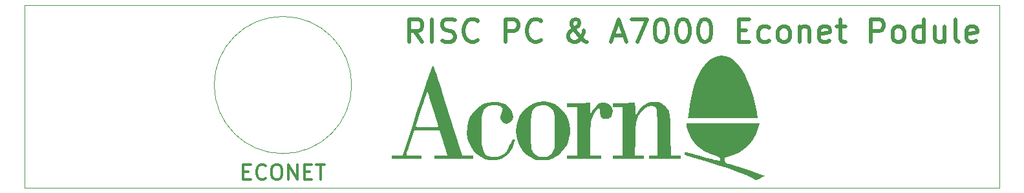
<source format=gbr>
G04 #@! TF.GenerationSoftware,KiCad,Pcbnew,9.0.5*
G04 #@! TF.CreationDate,2025-10-14T13:16:44+01:00*
G04 #@! TF.ProjectId,A7000PoduleFacePlate,41373030-3050-46f6-9475-6c6546616365,01*
G04 #@! TF.SameCoordinates,Original*
G04 #@! TF.FileFunction,Legend,Top*
G04 #@! TF.FilePolarity,Positive*
%FSLAX46Y46*%
G04 Gerber Fmt 4.6, Leading zero omitted, Abs format (unit mm)*
G04 Created by KiCad (PCBNEW 9.0.5) date 2025-10-14 13:16:44*
%MOMM*%
%LPD*%
G01*
G04 APERTURE LIST*
%ADD10C,0.120000*%
%ADD11C,0.500000*%
%ADD12C,0.300000*%
%ADD13C,0.000000*%
G04 APERTURE END LIST*
D10*
X223546000Y-78045000D02*
X223546000Y-102045000D01*
X223546000Y-102045000D02*
X95946000Y-102045000D01*
X138746000Y-88545000D02*
G75*
G02*
X120746000Y-88545000I-9000000J0D01*
G01*
X120746000Y-88545000D02*
G75*
G02*
X138746000Y-88545000I9000000J0D01*
G01*
X95946000Y-78045000D02*
X223546000Y-78045000D01*
X95946000Y-102045000D02*
X95946000Y-78045000D01*
D11*
X148003518Y-82906857D02*
X147003518Y-81478285D01*
X146289232Y-82906857D02*
X146289232Y-79906857D01*
X146289232Y-79906857D02*
X147432089Y-79906857D01*
X147432089Y-79906857D02*
X147717804Y-80049714D01*
X147717804Y-80049714D02*
X147860661Y-80192571D01*
X147860661Y-80192571D02*
X148003518Y-80478285D01*
X148003518Y-80478285D02*
X148003518Y-80906857D01*
X148003518Y-80906857D02*
X147860661Y-81192571D01*
X147860661Y-81192571D02*
X147717804Y-81335428D01*
X147717804Y-81335428D02*
X147432089Y-81478285D01*
X147432089Y-81478285D02*
X146289232Y-81478285D01*
X149289232Y-82906857D02*
X149289232Y-79906857D01*
X150574946Y-82764000D02*
X151003518Y-82906857D01*
X151003518Y-82906857D02*
X151717803Y-82906857D01*
X151717803Y-82906857D02*
X152003518Y-82764000D01*
X152003518Y-82764000D02*
X152146375Y-82621142D01*
X152146375Y-82621142D02*
X152289232Y-82335428D01*
X152289232Y-82335428D02*
X152289232Y-82049714D01*
X152289232Y-82049714D02*
X152146375Y-81764000D01*
X152146375Y-81764000D02*
X152003518Y-81621142D01*
X152003518Y-81621142D02*
X151717803Y-81478285D01*
X151717803Y-81478285D02*
X151146375Y-81335428D01*
X151146375Y-81335428D02*
X150860660Y-81192571D01*
X150860660Y-81192571D02*
X150717803Y-81049714D01*
X150717803Y-81049714D02*
X150574946Y-80764000D01*
X150574946Y-80764000D02*
X150574946Y-80478285D01*
X150574946Y-80478285D02*
X150717803Y-80192571D01*
X150717803Y-80192571D02*
X150860660Y-80049714D01*
X150860660Y-80049714D02*
X151146375Y-79906857D01*
X151146375Y-79906857D02*
X151860660Y-79906857D01*
X151860660Y-79906857D02*
X152289232Y-80049714D01*
X155289232Y-82621142D02*
X155146375Y-82764000D01*
X155146375Y-82764000D02*
X154717803Y-82906857D01*
X154717803Y-82906857D02*
X154432089Y-82906857D01*
X154432089Y-82906857D02*
X154003518Y-82764000D01*
X154003518Y-82764000D02*
X153717803Y-82478285D01*
X153717803Y-82478285D02*
X153574946Y-82192571D01*
X153574946Y-82192571D02*
X153432089Y-81621142D01*
X153432089Y-81621142D02*
X153432089Y-81192571D01*
X153432089Y-81192571D02*
X153574946Y-80621142D01*
X153574946Y-80621142D02*
X153717803Y-80335428D01*
X153717803Y-80335428D02*
X154003518Y-80049714D01*
X154003518Y-80049714D02*
X154432089Y-79906857D01*
X154432089Y-79906857D02*
X154717803Y-79906857D01*
X154717803Y-79906857D02*
X155146375Y-80049714D01*
X155146375Y-80049714D02*
X155289232Y-80192571D01*
X158860660Y-82906857D02*
X158860660Y-79906857D01*
X158860660Y-79906857D02*
X160003517Y-79906857D01*
X160003517Y-79906857D02*
X160289232Y-80049714D01*
X160289232Y-80049714D02*
X160432089Y-80192571D01*
X160432089Y-80192571D02*
X160574946Y-80478285D01*
X160574946Y-80478285D02*
X160574946Y-80906857D01*
X160574946Y-80906857D02*
X160432089Y-81192571D01*
X160432089Y-81192571D02*
X160289232Y-81335428D01*
X160289232Y-81335428D02*
X160003517Y-81478285D01*
X160003517Y-81478285D02*
X158860660Y-81478285D01*
X163574946Y-82621142D02*
X163432089Y-82764000D01*
X163432089Y-82764000D02*
X163003517Y-82906857D01*
X163003517Y-82906857D02*
X162717803Y-82906857D01*
X162717803Y-82906857D02*
X162289232Y-82764000D01*
X162289232Y-82764000D02*
X162003517Y-82478285D01*
X162003517Y-82478285D02*
X161860660Y-82192571D01*
X161860660Y-82192571D02*
X161717803Y-81621142D01*
X161717803Y-81621142D02*
X161717803Y-81192571D01*
X161717803Y-81192571D02*
X161860660Y-80621142D01*
X161860660Y-80621142D02*
X162003517Y-80335428D01*
X162003517Y-80335428D02*
X162289232Y-80049714D01*
X162289232Y-80049714D02*
X162717803Y-79906857D01*
X162717803Y-79906857D02*
X163003517Y-79906857D01*
X163003517Y-79906857D02*
X163432089Y-80049714D01*
X163432089Y-80049714D02*
X163574946Y-80192571D01*
X169574946Y-82906857D02*
X169432089Y-82906857D01*
X169432089Y-82906857D02*
X169146374Y-82764000D01*
X169146374Y-82764000D02*
X168717803Y-82335428D01*
X168717803Y-82335428D02*
X168003517Y-81478285D01*
X168003517Y-81478285D02*
X167717803Y-81049714D01*
X167717803Y-81049714D02*
X167574946Y-80621142D01*
X167574946Y-80621142D02*
X167574946Y-80335428D01*
X167574946Y-80335428D02*
X167717803Y-80049714D01*
X167717803Y-80049714D02*
X168003517Y-79906857D01*
X168003517Y-79906857D02*
X168146374Y-79906857D01*
X168146374Y-79906857D02*
X168432089Y-80049714D01*
X168432089Y-80049714D02*
X168574946Y-80335428D01*
X168574946Y-80335428D02*
X168574946Y-80478285D01*
X168574946Y-80478285D02*
X168432089Y-80764000D01*
X168432089Y-80764000D02*
X168289231Y-80906857D01*
X168289231Y-80906857D02*
X167432089Y-81478285D01*
X167432089Y-81478285D02*
X167289231Y-81621142D01*
X167289231Y-81621142D02*
X167146374Y-81906857D01*
X167146374Y-81906857D02*
X167146374Y-82335428D01*
X167146374Y-82335428D02*
X167289231Y-82621142D01*
X167289231Y-82621142D02*
X167432089Y-82764000D01*
X167432089Y-82764000D02*
X167717803Y-82906857D01*
X167717803Y-82906857D02*
X168146374Y-82906857D01*
X168146374Y-82906857D02*
X168432089Y-82764000D01*
X168432089Y-82764000D02*
X168574946Y-82621142D01*
X168574946Y-82621142D02*
X169003517Y-82049714D01*
X169003517Y-82049714D02*
X169146374Y-81621142D01*
X169146374Y-81621142D02*
X169146374Y-81335428D01*
X173003517Y-82049714D02*
X174432089Y-82049714D01*
X172717803Y-82906857D02*
X173717803Y-79906857D01*
X173717803Y-79906857D02*
X174717803Y-82906857D01*
X175432089Y-79906857D02*
X177432089Y-79906857D01*
X177432089Y-79906857D02*
X176146375Y-82906857D01*
X179146375Y-79906857D02*
X179432089Y-79906857D01*
X179432089Y-79906857D02*
X179717803Y-80049714D01*
X179717803Y-80049714D02*
X179860661Y-80192571D01*
X179860661Y-80192571D02*
X180003518Y-80478285D01*
X180003518Y-80478285D02*
X180146375Y-81049714D01*
X180146375Y-81049714D02*
X180146375Y-81764000D01*
X180146375Y-81764000D02*
X180003518Y-82335428D01*
X180003518Y-82335428D02*
X179860661Y-82621142D01*
X179860661Y-82621142D02*
X179717803Y-82764000D01*
X179717803Y-82764000D02*
X179432089Y-82906857D01*
X179432089Y-82906857D02*
X179146375Y-82906857D01*
X179146375Y-82906857D02*
X178860661Y-82764000D01*
X178860661Y-82764000D02*
X178717803Y-82621142D01*
X178717803Y-82621142D02*
X178574946Y-82335428D01*
X178574946Y-82335428D02*
X178432089Y-81764000D01*
X178432089Y-81764000D02*
X178432089Y-81049714D01*
X178432089Y-81049714D02*
X178574946Y-80478285D01*
X178574946Y-80478285D02*
X178717803Y-80192571D01*
X178717803Y-80192571D02*
X178860661Y-80049714D01*
X178860661Y-80049714D02*
X179146375Y-79906857D01*
X182003518Y-79906857D02*
X182289232Y-79906857D01*
X182289232Y-79906857D02*
X182574946Y-80049714D01*
X182574946Y-80049714D02*
X182717804Y-80192571D01*
X182717804Y-80192571D02*
X182860661Y-80478285D01*
X182860661Y-80478285D02*
X183003518Y-81049714D01*
X183003518Y-81049714D02*
X183003518Y-81764000D01*
X183003518Y-81764000D02*
X182860661Y-82335428D01*
X182860661Y-82335428D02*
X182717804Y-82621142D01*
X182717804Y-82621142D02*
X182574946Y-82764000D01*
X182574946Y-82764000D02*
X182289232Y-82906857D01*
X182289232Y-82906857D02*
X182003518Y-82906857D01*
X182003518Y-82906857D02*
X181717804Y-82764000D01*
X181717804Y-82764000D02*
X181574946Y-82621142D01*
X181574946Y-82621142D02*
X181432089Y-82335428D01*
X181432089Y-82335428D02*
X181289232Y-81764000D01*
X181289232Y-81764000D02*
X181289232Y-81049714D01*
X181289232Y-81049714D02*
X181432089Y-80478285D01*
X181432089Y-80478285D02*
X181574946Y-80192571D01*
X181574946Y-80192571D02*
X181717804Y-80049714D01*
X181717804Y-80049714D02*
X182003518Y-79906857D01*
X184860661Y-79906857D02*
X185146375Y-79906857D01*
X185146375Y-79906857D02*
X185432089Y-80049714D01*
X185432089Y-80049714D02*
X185574947Y-80192571D01*
X185574947Y-80192571D02*
X185717804Y-80478285D01*
X185717804Y-80478285D02*
X185860661Y-81049714D01*
X185860661Y-81049714D02*
X185860661Y-81764000D01*
X185860661Y-81764000D02*
X185717804Y-82335428D01*
X185717804Y-82335428D02*
X185574947Y-82621142D01*
X185574947Y-82621142D02*
X185432089Y-82764000D01*
X185432089Y-82764000D02*
X185146375Y-82906857D01*
X185146375Y-82906857D02*
X184860661Y-82906857D01*
X184860661Y-82906857D02*
X184574947Y-82764000D01*
X184574947Y-82764000D02*
X184432089Y-82621142D01*
X184432089Y-82621142D02*
X184289232Y-82335428D01*
X184289232Y-82335428D02*
X184146375Y-81764000D01*
X184146375Y-81764000D02*
X184146375Y-81049714D01*
X184146375Y-81049714D02*
X184289232Y-80478285D01*
X184289232Y-80478285D02*
X184432089Y-80192571D01*
X184432089Y-80192571D02*
X184574947Y-80049714D01*
X184574947Y-80049714D02*
X184860661Y-79906857D01*
X189432089Y-81335428D02*
X190432089Y-81335428D01*
X190860661Y-82906857D02*
X189432089Y-82906857D01*
X189432089Y-82906857D02*
X189432089Y-79906857D01*
X189432089Y-79906857D02*
X190860661Y-79906857D01*
X193432090Y-82764000D02*
X193146375Y-82906857D01*
X193146375Y-82906857D02*
X192574947Y-82906857D01*
X192574947Y-82906857D02*
X192289232Y-82764000D01*
X192289232Y-82764000D02*
X192146375Y-82621142D01*
X192146375Y-82621142D02*
X192003518Y-82335428D01*
X192003518Y-82335428D02*
X192003518Y-81478285D01*
X192003518Y-81478285D02*
X192146375Y-81192571D01*
X192146375Y-81192571D02*
X192289232Y-81049714D01*
X192289232Y-81049714D02*
X192574947Y-80906857D01*
X192574947Y-80906857D02*
X193146375Y-80906857D01*
X193146375Y-80906857D02*
X193432090Y-81049714D01*
X195146376Y-82906857D02*
X194860661Y-82764000D01*
X194860661Y-82764000D02*
X194717804Y-82621142D01*
X194717804Y-82621142D02*
X194574947Y-82335428D01*
X194574947Y-82335428D02*
X194574947Y-81478285D01*
X194574947Y-81478285D02*
X194717804Y-81192571D01*
X194717804Y-81192571D02*
X194860661Y-81049714D01*
X194860661Y-81049714D02*
X195146376Y-80906857D01*
X195146376Y-80906857D02*
X195574947Y-80906857D01*
X195574947Y-80906857D02*
X195860661Y-81049714D01*
X195860661Y-81049714D02*
X196003519Y-81192571D01*
X196003519Y-81192571D02*
X196146376Y-81478285D01*
X196146376Y-81478285D02*
X196146376Y-82335428D01*
X196146376Y-82335428D02*
X196003519Y-82621142D01*
X196003519Y-82621142D02*
X195860661Y-82764000D01*
X195860661Y-82764000D02*
X195574947Y-82906857D01*
X195574947Y-82906857D02*
X195146376Y-82906857D01*
X197432090Y-80906857D02*
X197432090Y-82906857D01*
X197432090Y-81192571D02*
X197574947Y-81049714D01*
X197574947Y-81049714D02*
X197860662Y-80906857D01*
X197860662Y-80906857D02*
X198289233Y-80906857D01*
X198289233Y-80906857D02*
X198574947Y-81049714D01*
X198574947Y-81049714D02*
X198717805Y-81335428D01*
X198717805Y-81335428D02*
X198717805Y-82906857D01*
X201289233Y-82764000D02*
X201003519Y-82906857D01*
X201003519Y-82906857D02*
X200432091Y-82906857D01*
X200432091Y-82906857D02*
X200146376Y-82764000D01*
X200146376Y-82764000D02*
X200003519Y-82478285D01*
X200003519Y-82478285D02*
X200003519Y-81335428D01*
X200003519Y-81335428D02*
X200146376Y-81049714D01*
X200146376Y-81049714D02*
X200432091Y-80906857D01*
X200432091Y-80906857D02*
X201003519Y-80906857D01*
X201003519Y-80906857D02*
X201289233Y-81049714D01*
X201289233Y-81049714D02*
X201432091Y-81335428D01*
X201432091Y-81335428D02*
X201432091Y-81621142D01*
X201432091Y-81621142D02*
X200003519Y-81906857D01*
X202289234Y-80906857D02*
X203432091Y-80906857D01*
X202717805Y-79906857D02*
X202717805Y-82478285D01*
X202717805Y-82478285D02*
X202860662Y-82764000D01*
X202860662Y-82764000D02*
X203146377Y-82906857D01*
X203146377Y-82906857D02*
X203432091Y-82906857D01*
X206717805Y-82906857D02*
X206717805Y-79906857D01*
X206717805Y-79906857D02*
X207860662Y-79906857D01*
X207860662Y-79906857D02*
X208146377Y-80049714D01*
X208146377Y-80049714D02*
X208289234Y-80192571D01*
X208289234Y-80192571D02*
X208432091Y-80478285D01*
X208432091Y-80478285D02*
X208432091Y-80906857D01*
X208432091Y-80906857D02*
X208289234Y-81192571D01*
X208289234Y-81192571D02*
X208146377Y-81335428D01*
X208146377Y-81335428D02*
X207860662Y-81478285D01*
X207860662Y-81478285D02*
X206717805Y-81478285D01*
X210146377Y-82906857D02*
X209860662Y-82764000D01*
X209860662Y-82764000D02*
X209717805Y-82621142D01*
X209717805Y-82621142D02*
X209574948Y-82335428D01*
X209574948Y-82335428D02*
X209574948Y-81478285D01*
X209574948Y-81478285D02*
X209717805Y-81192571D01*
X209717805Y-81192571D02*
X209860662Y-81049714D01*
X209860662Y-81049714D02*
X210146377Y-80906857D01*
X210146377Y-80906857D02*
X210574948Y-80906857D01*
X210574948Y-80906857D02*
X210860662Y-81049714D01*
X210860662Y-81049714D02*
X211003520Y-81192571D01*
X211003520Y-81192571D02*
X211146377Y-81478285D01*
X211146377Y-81478285D02*
X211146377Y-82335428D01*
X211146377Y-82335428D02*
X211003520Y-82621142D01*
X211003520Y-82621142D02*
X210860662Y-82764000D01*
X210860662Y-82764000D02*
X210574948Y-82906857D01*
X210574948Y-82906857D02*
X210146377Y-82906857D01*
X213717806Y-82906857D02*
X213717806Y-79906857D01*
X213717806Y-82764000D02*
X213432091Y-82906857D01*
X213432091Y-82906857D02*
X212860663Y-82906857D01*
X212860663Y-82906857D02*
X212574948Y-82764000D01*
X212574948Y-82764000D02*
X212432091Y-82621142D01*
X212432091Y-82621142D02*
X212289234Y-82335428D01*
X212289234Y-82335428D02*
X212289234Y-81478285D01*
X212289234Y-81478285D02*
X212432091Y-81192571D01*
X212432091Y-81192571D02*
X212574948Y-81049714D01*
X212574948Y-81049714D02*
X212860663Y-80906857D01*
X212860663Y-80906857D02*
X213432091Y-80906857D01*
X213432091Y-80906857D02*
X213717806Y-81049714D01*
X216432092Y-80906857D02*
X216432092Y-82906857D01*
X215146377Y-80906857D02*
X215146377Y-82478285D01*
X215146377Y-82478285D02*
X215289234Y-82764000D01*
X215289234Y-82764000D02*
X215574949Y-82906857D01*
X215574949Y-82906857D02*
X216003520Y-82906857D01*
X216003520Y-82906857D02*
X216289234Y-82764000D01*
X216289234Y-82764000D02*
X216432092Y-82621142D01*
X218289235Y-82906857D02*
X218003520Y-82764000D01*
X218003520Y-82764000D02*
X217860663Y-82478285D01*
X217860663Y-82478285D02*
X217860663Y-79906857D01*
X220574949Y-82764000D02*
X220289235Y-82906857D01*
X220289235Y-82906857D02*
X219717807Y-82906857D01*
X219717807Y-82906857D02*
X219432092Y-82764000D01*
X219432092Y-82764000D02*
X219289235Y-82478285D01*
X219289235Y-82478285D02*
X219289235Y-81335428D01*
X219289235Y-81335428D02*
X219432092Y-81049714D01*
X219432092Y-81049714D02*
X219717807Y-80906857D01*
X219717807Y-80906857D02*
X220289235Y-80906857D01*
X220289235Y-80906857D02*
X220574949Y-81049714D01*
X220574949Y-81049714D02*
X220717807Y-81335428D01*
X220717807Y-81335428D02*
X220717807Y-81621142D01*
X220717807Y-81621142D02*
X219289235Y-81906857D01*
D12*
X124555523Y-99907019D02*
X125222190Y-99907019D01*
X125507904Y-100954638D02*
X124555523Y-100954638D01*
X124555523Y-100954638D02*
X124555523Y-98954638D01*
X124555523Y-98954638D02*
X125507904Y-98954638D01*
X127507904Y-100764161D02*
X127412666Y-100859400D01*
X127412666Y-100859400D02*
X127126952Y-100954638D01*
X127126952Y-100954638D02*
X126936476Y-100954638D01*
X126936476Y-100954638D02*
X126650761Y-100859400D01*
X126650761Y-100859400D02*
X126460285Y-100668923D01*
X126460285Y-100668923D02*
X126365047Y-100478447D01*
X126365047Y-100478447D02*
X126269809Y-100097495D01*
X126269809Y-100097495D02*
X126269809Y-99811780D01*
X126269809Y-99811780D02*
X126365047Y-99430828D01*
X126365047Y-99430828D02*
X126460285Y-99240352D01*
X126460285Y-99240352D02*
X126650761Y-99049876D01*
X126650761Y-99049876D02*
X126936476Y-98954638D01*
X126936476Y-98954638D02*
X127126952Y-98954638D01*
X127126952Y-98954638D02*
X127412666Y-99049876D01*
X127412666Y-99049876D02*
X127507904Y-99145114D01*
X128745999Y-98954638D02*
X129126952Y-98954638D01*
X129126952Y-98954638D02*
X129317428Y-99049876D01*
X129317428Y-99049876D02*
X129507904Y-99240352D01*
X129507904Y-99240352D02*
X129603142Y-99621304D01*
X129603142Y-99621304D02*
X129603142Y-100287971D01*
X129603142Y-100287971D02*
X129507904Y-100668923D01*
X129507904Y-100668923D02*
X129317428Y-100859400D01*
X129317428Y-100859400D02*
X129126952Y-100954638D01*
X129126952Y-100954638D02*
X128745999Y-100954638D01*
X128745999Y-100954638D02*
X128555523Y-100859400D01*
X128555523Y-100859400D02*
X128365047Y-100668923D01*
X128365047Y-100668923D02*
X128269809Y-100287971D01*
X128269809Y-100287971D02*
X128269809Y-99621304D01*
X128269809Y-99621304D02*
X128365047Y-99240352D01*
X128365047Y-99240352D02*
X128555523Y-99049876D01*
X128555523Y-99049876D02*
X128745999Y-98954638D01*
X130460285Y-100954638D02*
X130460285Y-98954638D01*
X130460285Y-98954638D02*
X131603142Y-100954638D01*
X131603142Y-100954638D02*
X131603142Y-98954638D01*
X132555523Y-99907019D02*
X133222190Y-99907019D01*
X133507904Y-100954638D02*
X132555523Y-100954638D01*
X132555523Y-100954638D02*
X132555523Y-98954638D01*
X132555523Y-98954638D02*
X133507904Y-98954638D01*
X134079333Y-98954638D02*
X135222190Y-98954638D01*
X134650761Y-100954638D02*
X134650761Y-98954638D01*
D13*
G36*
X186258855Y-93568751D02*
G01*
X187062832Y-93570914D01*
X187394038Y-93572123D01*
X192164423Y-93590845D01*
X192029061Y-94123838D01*
X191753054Y-94922743D01*
X191352957Y-95658666D01*
X190841059Y-96319498D01*
X190229649Y-96893133D01*
X189531016Y-97367461D01*
X188757448Y-97730375D01*
X188187004Y-97909348D01*
X187929552Y-97978823D01*
X187731239Y-98039977D01*
X187631132Y-98080657D01*
X187627810Y-98083342D01*
X187611784Y-98175118D01*
X187621444Y-98356491D01*
X187633235Y-98448286D01*
X187668406Y-98636846D01*
X187727977Y-98743747D01*
X187852147Y-98808450D01*
X188057176Y-98864423D01*
X188265789Y-98922211D01*
X188570796Y-99014165D01*
X188953110Y-99133907D01*
X189393645Y-99275054D01*
X189873315Y-99431226D01*
X190373035Y-99596043D01*
X190873719Y-99763124D01*
X191356281Y-99926088D01*
X191801635Y-100078555D01*
X192190695Y-100214143D01*
X192504375Y-100326474D01*
X192723591Y-100409164D01*
X192829255Y-100455835D01*
X192835971Y-100462038D01*
X192775629Y-100511340D01*
X192618741Y-100602305D01*
X192401514Y-100716893D01*
X192160152Y-100837067D01*
X191930864Y-100944787D01*
X191749854Y-101022014D01*
X191654369Y-101050731D01*
X191578262Y-100998361D01*
X191556118Y-100967896D01*
X191459088Y-100890876D01*
X191247537Y-100771775D01*
X190942984Y-100620295D01*
X190566942Y-100446139D01*
X190140929Y-100259010D01*
X189686460Y-100068612D01*
X189225051Y-99884646D01*
X188796716Y-99723524D01*
X187966231Y-99432103D01*
X187018799Y-99117953D01*
X185979750Y-98789086D01*
X184874411Y-98453516D01*
X183728112Y-98119256D01*
X183702160Y-98111845D01*
X183229112Y-97975862D01*
X182878500Y-97871407D01*
X182632487Y-97791136D01*
X182473237Y-97727709D01*
X182382914Y-97673781D01*
X182343680Y-97622011D01*
X182337700Y-97565056D01*
X182339116Y-97550756D01*
X182365389Y-97409101D01*
X182386745Y-97356499D01*
X182463438Y-97365254D01*
X182661437Y-97407641D01*
X182961675Y-97478790D01*
X183345084Y-97573833D01*
X183792595Y-97687901D01*
X184285141Y-97816127D01*
X184803652Y-97953640D01*
X185329062Y-98095572D01*
X185842302Y-98237055D01*
X185915286Y-98257442D01*
X186263012Y-98349942D01*
X186564570Y-98421197D01*
X186790116Y-98464788D01*
X186909801Y-98474294D01*
X186916002Y-98472702D01*
X186985871Y-98380529D01*
X187013621Y-98219784D01*
X187002205Y-98096223D01*
X186945761Y-98015766D01*
X186810992Y-97951911D01*
X186595140Y-97886715D01*
X185688822Y-97572346D01*
X184887863Y-97170292D01*
X184196672Y-96684819D01*
X183619657Y-96120194D01*
X183161225Y-95480683D01*
X182825786Y-94770553D01*
X182627283Y-94046320D01*
X182590931Y-93815888D01*
X182577693Y-93648883D01*
X182586133Y-93590922D01*
X182663471Y-93584756D01*
X182874205Y-93579465D01*
X183206171Y-93575097D01*
X183647210Y-93571698D01*
X184185159Y-93569316D01*
X184807858Y-93567999D01*
X185503143Y-93567795D01*
X186258855Y-93568751D01*
G37*
G36*
X164585924Y-90809563D02*
G01*
X165249129Y-91030174D01*
X165313218Y-91059516D01*
X165661074Y-91267854D01*
X166036050Y-91566156D01*
X166396793Y-91915938D01*
X166701949Y-92278715D01*
X166834207Y-92474968D01*
X167024995Y-92869694D01*
X167186926Y-93350110D01*
X167304056Y-93856923D01*
X167360446Y-94330838D01*
X167363192Y-94442518D01*
X167327497Y-94948288D01*
X167229730Y-95490569D01*
X167083864Y-96007454D01*
X166920034Y-96405691D01*
X166616265Y-96887317D01*
X166211980Y-97354794D01*
X165748212Y-97767341D01*
X165265992Y-98084181D01*
X165193730Y-98121364D01*
X164934121Y-98244969D01*
X164725572Y-98325288D01*
X164520541Y-98372847D01*
X164271486Y-98398169D01*
X163930864Y-98411781D01*
X163874996Y-98413303D01*
X163465216Y-98416652D01*
X163157987Y-98398720D01*
X162911317Y-98355398D01*
X162735371Y-98301851D01*
X162105874Y-98004835D01*
X161559789Y-97601993D01*
X161101869Y-97109974D01*
X160736866Y-96545427D01*
X160469533Y-95925000D01*
X160304623Y-95265342D01*
X160246887Y-94583102D01*
X160247654Y-94573367D01*
X162232507Y-94573367D01*
X162233434Y-95195742D01*
X162237047Y-95691201D01*
X162244327Y-96078376D01*
X162256260Y-96375900D01*
X162273828Y-96602404D01*
X162298015Y-96776522D01*
X162329805Y-96916885D01*
X162361555Y-97017918D01*
X162572751Y-97426658D01*
X162892582Y-97741995D01*
X163105599Y-97873267D01*
X163343015Y-97947763D01*
X163663311Y-97984697D01*
X164008483Y-97983118D01*
X164320532Y-97942078D01*
X164473686Y-97895669D01*
X164749941Y-97717890D01*
X165006959Y-97444120D01*
X165204110Y-97122345D01*
X165267722Y-96957847D01*
X165298940Y-96776520D01*
X165324307Y-96474165D01*
X165343843Y-96075191D01*
X165357569Y-95604010D01*
X165365504Y-95085032D01*
X165367669Y-94542669D01*
X165364083Y-94001331D01*
X165354767Y-93485430D01*
X165339741Y-93019377D01*
X165319025Y-92627582D01*
X165292638Y-92334456D01*
X165263791Y-92174286D01*
X165079312Y-91791904D01*
X164797835Y-91493755D01*
X164445035Y-91285724D01*
X164046588Y-91173693D01*
X163628168Y-91163546D01*
X163215451Y-91261168D01*
X162834112Y-91472441D01*
X162699669Y-91586694D01*
X162574508Y-91714653D01*
X162473837Y-91846429D01*
X162395012Y-91998928D01*
X162335389Y-92189059D01*
X162292323Y-92433727D01*
X162263170Y-92749842D01*
X162245284Y-93154310D01*
X162236021Y-93664040D01*
X162232737Y-94295937D01*
X162232507Y-94573367D01*
X160247654Y-94573367D01*
X160301079Y-93894928D01*
X160471951Y-93217470D01*
X160764256Y-92567375D01*
X160994816Y-92204490D01*
X161459001Y-91671727D01*
X162000420Y-91252843D01*
X162601447Y-90952511D01*
X163244458Y-90775405D01*
X163911825Y-90726198D01*
X164585924Y-90809563D01*
G37*
G36*
X157898043Y-90761253D02*
G01*
X158501881Y-90901529D01*
X158825762Y-91063534D01*
X159165454Y-91314861D01*
X159473265Y-91613857D01*
X159701503Y-91918867D01*
X159733602Y-91977311D01*
X159858753Y-92340699D01*
X159882568Y-92710799D01*
X159811578Y-93054211D01*
X159652311Y-93337536D01*
X159432623Y-93516834D01*
X159108329Y-93619133D01*
X158809491Y-93597296D01*
X158552715Y-93472476D01*
X158354607Y-93265825D01*
X158231773Y-92998497D01*
X158200818Y-92691645D01*
X158278348Y-92366421D01*
X158380389Y-92176466D01*
X158520474Y-91880753D01*
X158523971Y-91629616D01*
X158394189Y-91427424D01*
X158134434Y-91278543D01*
X157748014Y-91187341D01*
X157620420Y-91172992D01*
X157132680Y-91187213D01*
X156680493Y-91311759D01*
X156301695Y-91535376D01*
X156248914Y-91580975D01*
X156103172Y-91738228D01*
X155988334Y-91925792D01*
X155900386Y-92162723D01*
X155835311Y-92468078D01*
X155789095Y-92860914D01*
X155757724Y-93360286D01*
X155737181Y-93985252D01*
X155736533Y-94012918D01*
X155728176Y-94906678D01*
X155750303Y-95666215D01*
X155806789Y-96300412D01*
X155901504Y-96818152D01*
X156038324Y-97228317D01*
X156221120Y-97539789D01*
X156453765Y-97761452D01*
X156740133Y-97902188D01*
X157084096Y-97970879D01*
X157465197Y-97977614D01*
X157921809Y-97926952D01*
X158289677Y-97808859D01*
X158617972Y-97602450D01*
X158859370Y-97385518D01*
X159039327Y-97164298D01*
X159243052Y-96846663D01*
X159447513Y-96474027D01*
X159629675Y-96087803D01*
X159745417Y-95792421D01*
X159851262Y-95689058D01*
X159978706Y-95665057D01*
X160114106Y-95687507D01*
X160136447Y-95770296D01*
X160130881Y-95792421D01*
X160090654Y-95939196D01*
X160033299Y-96157350D01*
X160010138Y-96247292D01*
X159810805Y-96783896D01*
X159506675Y-97290605D01*
X159123458Y-97735409D01*
X158686865Y-98086299D01*
X158411329Y-98237826D01*
X158087187Y-98337791D01*
X157672488Y-98398208D01*
X157217089Y-98417893D01*
X156770844Y-98395665D01*
X156383611Y-98330339D01*
X156248831Y-98289134D01*
X155676794Y-98005943D01*
X155149646Y-97601911D01*
X154686334Y-97099422D01*
X154305806Y-96520864D01*
X154027010Y-95888622D01*
X153929076Y-95548390D01*
X153836522Y-94858357D01*
X153867337Y-94138898D01*
X154015165Y-93426605D01*
X154273647Y-92758066D01*
X154476625Y-92397182D01*
X154747909Y-92041131D01*
X155094368Y-91682619D01*
X155472796Y-91360894D01*
X155839984Y-91115198D01*
X155951835Y-91057252D01*
X156574892Y-90837383D01*
X157235880Y-90737969D01*
X157898043Y-90761253D01*
G37*
G36*
X149381075Y-86060986D02*
G01*
X149398998Y-86067998D01*
X149417750Y-86073366D01*
X149448352Y-86091539D01*
X149486401Y-86143533D01*
X149534715Y-86237747D01*
X149596112Y-86382575D01*
X149673411Y-86586414D01*
X149769431Y-86857660D01*
X149886991Y-87204709D01*
X150028907Y-87635958D01*
X150198000Y-88159803D01*
X150397088Y-88784640D01*
X150628989Y-89518865D01*
X150896521Y-90370875D01*
X151202504Y-91349065D01*
X151385320Y-91934651D01*
X153207604Y-97774732D01*
X153917203Y-97775196D01*
X154626802Y-97775659D01*
X154626802Y-98212335D01*
X149605025Y-98212335D01*
X149605025Y-97775659D01*
X150441988Y-97775659D01*
X150771512Y-97773752D01*
X151039958Y-97768567D01*
X151218595Y-97760911D01*
X151278951Y-97752180D01*
X151258097Y-97679094D01*
X151199615Y-97486942D01*
X151109622Y-97195489D01*
X150994235Y-96824498D01*
X150859571Y-96393734D01*
X150777729Y-96132839D01*
X150276507Y-94536977D01*
X146961157Y-94536977D01*
X146462946Y-96028954D01*
X146313839Y-96475737D01*
X146178729Y-96881058D01*
X146065006Y-97222715D01*
X145980057Y-97478503D01*
X145931271Y-97626221D01*
X145924102Y-97648295D01*
X145918532Y-97699430D01*
X145954414Y-97734752D01*
X146053203Y-97757148D01*
X146236356Y-97769504D01*
X146525330Y-97774706D01*
X146870895Y-97775659D01*
X147858321Y-97775659D01*
X147858321Y-98212335D01*
X144001014Y-98212335D01*
X144001014Y-97775659D01*
X145448779Y-97775659D01*
X146368330Y-94955458D01*
X146691599Y-93963896D01*
X147143385Y-93963896D01*
X147157846Y-93998206D01*
X147230457Y-94023975D01*
X147377572Y-94042307D01*
X147615543Y-94054310D01*
X147960723Y-94061088D01*
X148429465Y-94063748D01*
X148622072Y-94063911D01*
X149126037Y-94063147D01*
X149502260Y-94059824D01*
X149768556Y-94052392D01*
X149942736Y-94039304D01*
X150042616Y-94019011D01*
X150086008Y-93989964D01*
X150090726Y-93950615D01*
X150087256Y-93936547D01*
X150009635Y-93674724D01*
X149904081Y-93326092D01*
X149776777Y-92910396D01*
X149633901Y-92447380D01*
X149481636Y-91956788D01*
X149326161Y-91458363D01*
X149173657Y-90971851D01*
X149030305Y-90516995D01*
X148902284Y-90113540D01*
X148795776Y-89781229D01*
X148716961Y-89539806D01*
X148672019Y-89409016D01*
X148664544Y-89391575D01*
X148636102Y-89448901D01*
X148569502Y-89625443D01*
X148471180Y-89901858D01*
X148347570Y-90258801D01*
X148205109Y-90676929D01*
X148050232Y-91136899D01*
X147889374Y-91619366D01*
X147728971Y-92104987D01*
X147575457Y-92574419D01*
X147435269Y-93008318D01*
X147314842Y-93387340D01*
X147220612Y-93692142D01*
X147159013Y-93903379D01*
X147143385Y-93963896D01*
X146691599Y-93963896D01*
X146790208Y-93661434D01*
X147169235Y-92498770D01*
X147507811Y-91460479D01*
X147808334Y-90539573D01*
X148073204Y-89729065D01*
X148304818Y-89021968D01*
X148505577Y-88411296D01*
X148677878Y-87890060D01*
X148824120Y-87451275D01*
X148946703Y-87087952D01*
X149048025Y-86793104D01*
X149130485Y-86559745D01*
X149196483Y-86380887D01*
X149248415Y-86249543D01*
X149288683Y-86158726D01*
X149319684Y-86101450D01*
X149343817Y-86070725D01*
X149363481Y-86059567D01*
X149381075Y-86060986D01*
G37*
G36*
X178750333Y-90757535D02*
G01*
X178972355Y-90779446D01*
X179146402Y-90829265D01*
X179321204Y-90917928D01*
X179411615Y-90972498D01*
X179666630Y-91161870D01*
X179910520Y-91393132D01*
X180004228Y-91503210D01*
X180121389Y-91663387D01*
X180217897Y-91818252D01*
X180295972Y-91983659D01*
X180357833Y-92175462D01*
X180405702Y-92409515D01*
X180441798Y-92701672D01*
X180468341Y-93067787D01*
X180487551Y-93523714D01*
X180501649Y-94085307D01*
X180512854Y-94768421D01*
X180518235Y-95173796D01*
X180551298Y-97775659D01*
X181846286Y-97775659D01*
X181846286Y-98212335D01*
X177697862Y-98212335D01*
X177697862Y-97775659D01*
X178795627Y-97775659D01*
X178774395Y-94760549D01*
X178768954Y-94018510D01*
X178763569Y-93408058D01*
X178757486Y-92915222D01*
X178749950Y-92526034D01*
X178740206Y-92226523D01*
X178727498Y-92002720D01*
X178711072Y-91840654D01*
X178690172Y-91726357D01*
X178664044Y-91645858D01*
X178631932Y-91585187D01*
X178600328Y-91540062D01*
X178454995Y-91395523D01*
X178263324Y-91326768D01*
X178127263Y-91310939D01*
X177852393Y-91315060D01*
X177582305Y-91355517D01*
X177536783Y-91367644D01*
X177287448Y-91492498D01*
X177006275Y-91712219D01*
X176728532Y-91992508D01*
X176489485Y-92299064D01*
X176366709Y-92505661D01*
X176246107Y-92751737D01*
X176149708Y-92975698D01*
X176074472Y-93198326D01*
X176017359Y-93440400D01*
X175975327Y-93722701D01*
X175945335Y-94066009D01*
X175924344Y-94491105D01*
X175909311Y-95018768D01*
X175897195Y-95669779D01*
X175896392Y-95719642D01*
X175863461Y-97775659D01*
X177042848Y-97775659D01*
X177042848Y-98212335D01*
X172967203Y-98212335D01*
X172967203Y-97775659D01*
X174204452Y-97775659D01*
X174204452Y-91443854D01*
X172967203Y-91443854D01*
X172967203Y-90955038D01*
X174295427Y-90916024D01*
X174727990Y-90900766D01*
X175115961Y-90882283D01*
X175433532Y-90862187D01*
X175654896Y-90842088D01*
X175751014Y-90825138D01*
X175803366Y-90814394D01*
X175839066Y-90846936D01*
X175861263Y-90944500D01*
X175873104Y-91128827D01*
X175877738Y-91421655D01*
X175878378Y-91704708D01*
X175878378Y-92636150D01*
X176137547Y-92203756D01*
X176533021Y-91650454D01*
X176980149Y-91219022D01*
X177406745Y-90949214D01*
X177637995Y-90847017D01*
X177852015Y-90787198D01*
X178103651Y-90759238D01*
X178431606Y-90752600D01*
X178750333Y-90757535D01*
G37*
G36*
X169983306Y-91706639D02*
G01*
X169983364Y-92571934D01*
X170194951Y-92124681D01*
X170439117Y-91695177D01*
X170726007Y-91331783D01*
X171029034Y-91065483D01*
X171178623Y-90978269D01*
X171501751Y-90882047D01*
X171861902Y-90862868D01*
X172201347Y-90918712D01*
X172428140Y-91022045D01*
X172698533Y-91282792D01*
X172869049Y-91605622D01*
X172936561Y-91957763D01*
X172897943Y-92306444D01*
X172750066Y-92618893D01*
X172596348Y-92784959D01*
X172326426Y-92934386D01*
X172020046Y-92985611D01*
X171724212Y-92938858D01*
X171485927Y-92794348D01*
X171471751Y-92779645D01*
X171369728Y-92645556D01*
X171315387Y-92491107D01*
X171295016Y-92265801D01*
X171293278Y-92122346D01*
X171283785Y-91848132D01*
X171251001Y-91689588D01*
X171188470Y-91617804D01*
X171179764Y-91614064D01*
X171038915Y-91633674D01*
X170863641Y-91770206D01*
X170671647Y-92004681D01*
X170480643Y-92318120D01*
X170429226Y-92418513D01*
X170300694Y-92712359D01*
X170197805Y-93029090D01*
X170118163Y-93387750D01*
X170059376Y-93807383D01*
X170019049Y-94307032D01*
X169994787Y-94905740D01*
X169984196Y-95622551D01*
X169983249Y-95965708D01*
X169983249Y-97775659D01*
X171438836Y-97775659D01*
X171438836Y-98212335D01*
X166926515Y-98212335D01*
X166926515Y-97775659D01*
X168309323Y-97775659D01*
X168309323Y-91443854D01*
X166926515Y-91443854D01*
X166926515Y-90934398D01*
X168072790Y-90933766D01*
X168501655Y-90930579D01*
X168911245Y-90922237D01*
X169264823Y-90909857D01*
X169525649Y-90894558D01*
X169601157Y-90887238D01*
X169983249Y-90841344D01*
X169983306Y-91706639D01*
G37*
G36*
X187715421Y-84751348D02*
G01*
X188254429Y-84946613D01*
X188774235Y-85275596D01*
X188895169Y-85374488D01*
X189350305Y-85839671D01*
X189790006Y-86437601D01*
X190208905Y-87155818D01*
X190601634Y-87981858D01*
X190962827Y-88903261D01*
X191287116Y-89907564D01*
X191569135Y-90982305D01*
X191803516Y-92115022D01*
X191807366Y-92136430D01*
X191944235Y-92899441D01*
X182806269Y-92899441D01*
X182840931Y-92590129D01*
X183029232Y-91212415D01*
X183271288Y-89956838D01*
X183566218Y-88826156D01*
X183913145Y-87823127D01*
X184311189Y-86950510D01*
X184759471Y-86211063D01*
X184958428Y-85945970D01*
X185334702Y-85550832D01*
X185781817Y-85199622D01*
X186254360Y-84924082D01*
X186632370Y-84775876D01*
X187170355Y-84693277D01*
X187715421Y-84751348D01*
G37*
M02*

</source>
